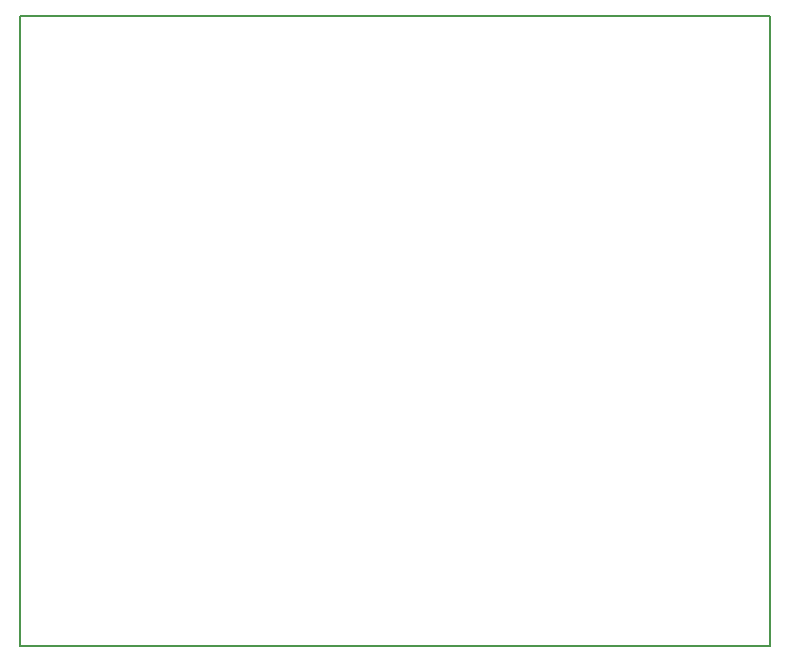
<source format=gbr>
%TF.GenerationSoftware,KiCad,Pcbnew,(5.1.6-0-10_14)*%
%TF.CreationDate,2020-09-21T00:36:23-04:00*%
%TF.ProjectId,MQTT Relay,4d515454-2052-4656-9c61-792e6b696361,rev?*%
%TF.SameCoordinates,Original*%
%TF.FileFunction,Profile,NP*%
%FSLAX46Y46*%
G04 Gerber Fmt 4.6, Leading zero omitted, Abs format (unit mm)*
G04 Created by KiCad (PCBNEW (5.1.6-0-10_14)) date 2020-09-21 00:36:23*
%MOMM*%
%LPD*%
G01*
G04 APERTURE LIST*
%TA.AperFunction,Profile*%
%ADD10C,0.150000*%
%TD*%
G04 APERTURE END LIST*
D10*
X73660000Y-36830000D02*
X73660000Y-90170000D01*
X137160000Y-90170000D02*
X73660000Y-90170000D01*
X137160000Y-36830000D02*
X137160000Y-90170000D01*
X73660000Y-36830000D02*
X137160000Y-36830000D01*
M02*

</source>
